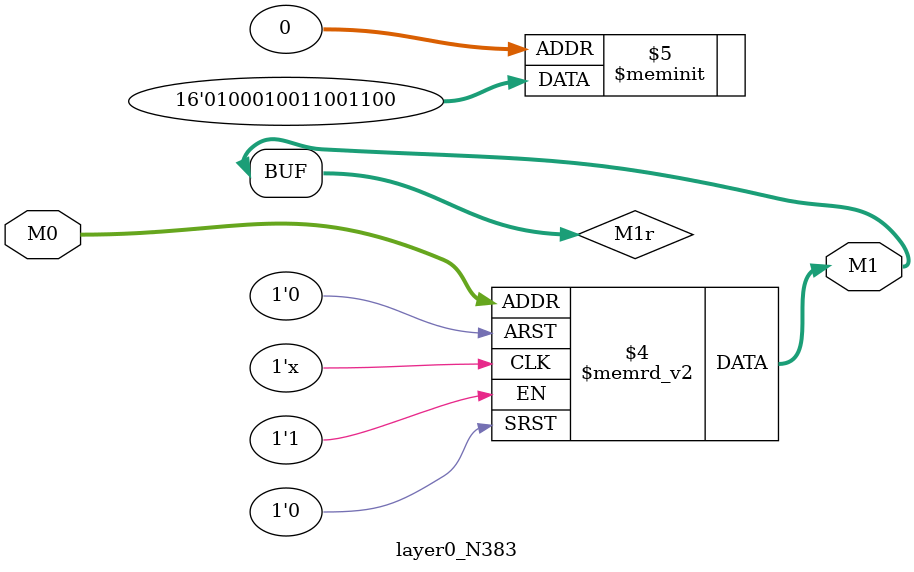
<source format=v>
module layer0_N383 ( input [2:0] M0, output [1:0] M1 );

	(*rom_style = "distributed" *) reg [1:0] M1r;
	assign M1 = M1r;
	always @ (M0) begin
		case (M0)
			3'b000: M1r = 2'b00;
			3'b100: M1r = 2'b00;
			3'b010: M1r = 2'b00;
			3'b110: M1r = 2'b00;
			3'b001: M1r = 2'b11;
			3'b101: M1r = 2'b01;
			3'b011: M1r = 2'b11;
			3'b111: M1r = 2'b01;

		endcase
	end
endmodule

</source>
